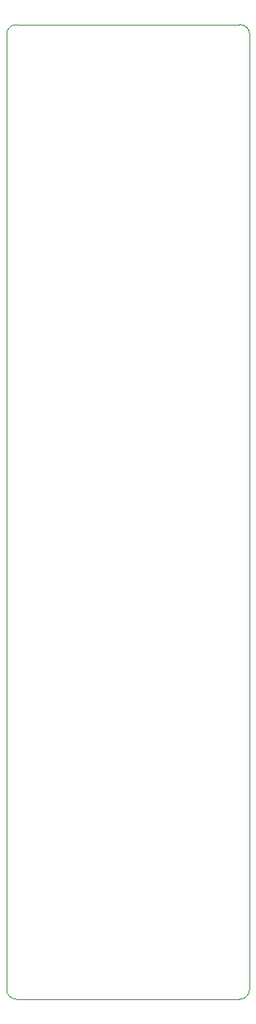
<source format=gbr>
%TF.GenerationSoftware,KiCad,Pcbnew,7.0.9*%
%TF.CreationDate,2024-11-09T18:40:38+13:00*%
%TF.ProjectId,VCA,5643412e-6b69-4636-9164-5f7063625858,rev?*%
%TF.SameCoordinates,Original*%
%TF.FileFunction,Profile,NP*%
%FSLAX46Y46*%
G04 Gerber Fmt 4.6, Leading zero omitted, Abs format (unit mm)*
G04 Created by KiCad (PCBNEW 7.0.9) date 2024-11-09 18:40:38*
%MOMM*%
%LPD*%
G01*
G04 APERTURE LIST*
%TA.AperFunction,Profile*%
%ADD10C,0.100000*%
%TD*%
G04 APERTURE END LIST*
D10*
X124000000Y-125000000D02*
G75*
G03*
X125000000Y-124000000I0J1000000D01*
G01*
X124000000Y-125000000D02*
X101000000Y-125000000D01*
X100000000Y-124000000D02*
X100000000Y-26000000D01*
X101000000Y-25000000D02*
G75*
G03*
X100000000Y-26000000I0J-1000000D01*
G01*
X125000000Y-26000000D02*
G75*
G03*
X124000000Y-25000000I-1000000J0D01*
G01*
X101000000Y-25000000D02*
X124000000Y-25000000D01*
X125000000Y-26000000D02*
X125000000Y-124000000D01*
X100000000Y-124000000D02*
G75*
G03*
X101000000Y-125000000I1000000J0D01*
G01*
M02*

</source>
